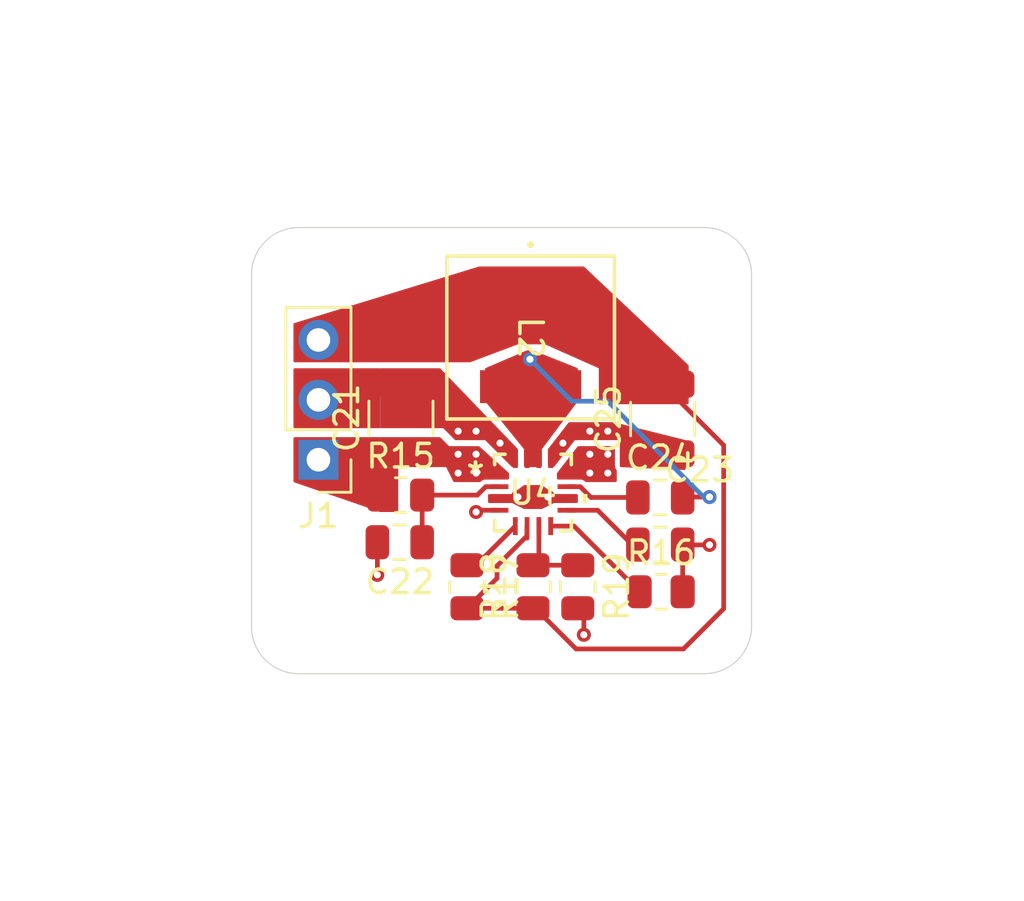
<source format=kicad_pcb>
(kicad_pcb (version 20241229) (generator "pcbnew") (generator_version "9.0")
  (layers (0 "F.Cu" signal) (4 "In1.Cu" signal) (6 "In2.Cu" signal) (2 "B.Cu" signal) (13 "F.Paste" user) (15 "B.Paste" user) (5 "F.SilkS" user "F.Silkscreen") (7 "B.SilkS" user "B.Silkscreen") (1 "F.Mask" user) (3 "B.Mask" user) (25 "Edge.Cuts" user))
  (net 0 "")
  (net 1 "GND")
  (net 2 "14.8V")
  (net 3 "Net-(U4-VINLDO)")
  (net 4 "Net-(U4-VCC)")
  (net 5 "Net-(U4-BOOT)")
  (net 6 "Net-(C24-Pad2)")
  (net 7 "12V")
  (net 8 "Net-(U4-FSW)")
  (net 9 "Net-(U4-PGOOD)")
  (net 10 "Net-(U4-FB{slash}OUT)")
  (footprint "74439344047:IND_WE-XHMI_6030_WRE" (layer "F.Cu") (at 144.3 103.2172 -90)
    (property "Reference" "L2" (at 0 0 270) (layer "F.SilkS"))
    (property "Value" "74439344047")
    (fp_line (start -3.4544 3.556) (end 3.4544 3.556) (stroke (width 0.1524)) (layer "F.SilkS"))
    (fp_line (start 3.4544 3.556) (end 3.4544 -3.556) (stroke (width 0.1524)) (layer "F.SilkS"))
    (fp_line (start -3.4544 -3.556) (end -3.4544 3.556) (stroke (width 0.1524)) (layer "F.SilkS"))
    (fp_line (start 3.4544 -3.556) (end -3.4544 -3.556) (stroke (width 0.1524)) (layer "F.SilkS"))
    (fp_circle (center -3.937 0) (end -3.8608 0) (stroke (width 0.1524)) (fill no) (layer "F.SilkS"))
    (pad "1" smd rect (at -2.0828 0 270) (size 1.397 4.2926) (layers "F.Cu" "F.Mask" "F.Paste") (net 7 "12V"))
    (pad "2" smd rect (at 2.0828 0 270) (size 1.397 4.2926) (layers "F.Cu" "F.Mask" "F.Paste") (net 6 "Net-(C24-Pad2)"))
  )
  (footprint "Resistor_SMD:R_0805_2012Metric" (layer "F.Cu") (at 141.6 113.7875 -90)
    (property "Reference" "R17" (at 0 -1.65 90) (layer "F.SilkS"))
    (property "Value" "1M")
    (fp_line (start -0.227064 0.735) (end 0.227064 0.735) (stroke (width 0.12)) (layer "F.SilkS"))
    (fp_line (start -0.227064 -0.735) (end 0.227064 -0.735) (stroke (width 0.12)) (layer "F.SilkS"))
    (pad "1" smd roundrect (at -0.9125 0 270) (size 1.025 1.4) (layers "F.Cu" "F.Mask" "F.Paste") (roundrect_rratio 0.243902) (net 9 "Net-(U4-PGOOD)"))
    (pad "2" smd roundrect (at 0.9125 0 270) (size 1.025 1.4) (layers "F.Cu" "F.Mask" "F.Paste") (roundrect_rratio 0.243902) (net 7 "12V"))
  )
  (footprint "Capacitor_SMD:C_0805_2012Metric" (layer "F.Cu") (at 138.75 111.9 180)
    (property "Reference" "C22" (at 0 -1.68 0) (layer "F.SilkS"))
    (property "Value" "1uF")
    (fp_line (start -0.261252 0.735) (end 0.261252 0.735) (stroke (width 0.12)) (layer "F.SilkS"))
    (fp_line (start -0.261252 -0.735) (end 0.261252 -0.735) (stroke (width 0.12)) (layer "F.SilkS"))
    (pad "1" smd roundrect (at -0.95 0 180) (size 1 1.45) (layers "F.Cu" "F.Mask" "F.Paste") (net 3 "Net-(U4-VINLDO)"))
    (pad "2" smd roundrect (at 0.95 0 180) (size 1 1.45) (layers "F.Cu" "F.Mask" "F.Paste") (net 1 "GND"))
  )
  (footprint "Capacitor_SMD:C_0805_2012Metric" (layer "F.Cu") (at 149.799 112 180)
    (property "Reference" "C23" (at -1.658 3.164 0) (layer "F.SilkS"))
    (property "Value" "1uF")
    (fp_line (start -0.261252 0.735) (end 0.261252 0.735) (stroke (width 0.12)) (layer "F.SilkS"))
    (fp_line (start -0.261252 -0.735) (end 0.261252 -0.735) (stroke (width 0.12)) (layer "F.SilkS"))
    (pad "1" smd roundrect (at -0.95 0 180) (size 1 1.45) (layers "F.Cu" "F.Mask" "F.Paste") (net 1 "GND"))
    (pad "2" smd roundrect (at 0.95 0 180) (size 1 1.45) (layers "F.Cu" "F.Mask" "F.Paste") (net 4 "Net-(U4-VCC)"))
  )
  (footprint "Capacitor_SMD:C_0805_2012Metric" (layer "F.Cu") (at 149.799 110)
    (property "Reference" "C24" (at 0 -1.68 0) (layer "F.SilkS"))
    (property "Value" "100nF")
    (fp_line (start -0.261252 -0.735) (end 0.261252 -0.735) (stroke (width 0.12)) (layer "F.SilkS"))
    (fp_line (start -0.261252 0.735) (end 0.261252 0.735) (stroke (width 0.12)) (layer "F.SilkS"))
    (pad "1" smd roundrect (at -0.95 0) (size 1 1.45) (layers "F.Cu" "F.Mask" "F.Paste") (net 5 "Net-(U4-BOOT)"))
    (pad "2" smd roundrect (at 0.95 0) (size 1 1.45) (layers "F.Cu" "F.Mask" "F.Paste") (net 6 "Net-(C24-Pad2)"))
  )
  (footprint "Connector_PinHeader_2.54mm:PinHeader_1x03_P2.54mm_Vertical" (layer "F.Cu") (at 135.3 108.4 180)
    (property "Reference" "J1" (at 0 -2.38 180) (layer "F.SilkS"))
    (property "Value" "Conn_01x03_Socket")
    (fp_line (start 1.38 1.27) (end 1.38 6.46) (stroke (width 0.12)) (layer "F.SilkS"))
    (fp_line (start -1.38 6.46) (end 1.38 6.46) (stroke (width 0.12)) (layer "F.SilkS"))
    (fp_line (start -1.38 1.27) (end 1.38 1.27) (stroke (width 0.12)) (layer "F.SilkS"))
    (fp_line (start -1.38 1.27) (end -1.38 6.46) (stroke (width 0.12)) (layer "F.SilkS"))
    (fp_line (start -1.38 0) (end -1.38 -1.38) (stroke (width 0.12)) (layer "F.SilkS"))
    (fp_line (start -1.38 -1.38) (end 0 -1.38) (stroke (width 0.12)) (layer "F.SilkS"))
    (pad "1" thru_hole rect (at 0 0 180) (size 1.7 1.7) (drill 1) (layers "*.Cu" "*.Mask") (net 2 "14.8V"))
    (pad "2" thru_hole circle (at 0 2.54 180) (size 1.7 1.7) (drill 1) (layers "*.Cu" "*.Mask") (net 1 "GND"))
    (pad "3" thru_hole circle (at 0 5.08 180) (size 1.7 1.7) (drill 1) (layers "*.Cu" "*.Mask") (net 7 "12V"))
  )
  (footprint "Resistor_SMD:R_0805_2012Metric" (layer "F.Cu") (at 144.4 113.7875 90)
    (property "Reference" "R18" (at 0 -1.65 90) (layer "F.SilkS"))
    (property "Value" "1M")
    (fp_line (start -0.227064 -0.735) (end 0.227064 -0.735) (stroke (width 0.12)) (layer "F.SilkS"))
    (fp_line (start -0.227064 0.735) (end 0.227064 0.735) (stroke (width 0.12)) (layer "F.SilkS"))
    (pad "1" smd roundrect (at -0.9125 0 90) (size 1.025 1.4) (layers "F.Cu" "F.Mask" "F.Paste") (roundrect_rratio 0.243902) (net 7 "12V"))
    (pad "2" smd roundrect (at 0.9125 0 90) (size 1.025 1.4) (layers "F.Cu" "F.Mask" "F.Paste") (roundrect_rratio 0.243902) (net 10 "Net-(U4-FB{slash}OUT)"))
  )
  (footprint "Resistor_SMD:R_0805_2012Metric" (layer "F.Cu") (at 146.3 113.7875 -90)
    (property "Reference" "R19" (at 0 -1.65 90) (layer "F.SilkS"))
    (property "Value" "75k")
    (fp_line (start -0.227064 0.735) (end 0.227064 0.735) (stroke (width 0.12)) (layer "F.SilkS"))
    (fp_line (start -0.227064 -0.735) (end 0.227064 -0.735) (stroke (width 0.12)) (layer "F.SilkS"))
    (pad "1" smd roundrect (at -0.9125 0 270) (size 1.025 1.4) (layers "F.Cu" "F.Mask" "F.Paste") (roundrect_rratio 0.243902) (net 10 "Net-(U4-FB{slash}OUT)"))
    (pad "2" smd roundrect (at 0.9125 0 270) (size 1.025 1.4) (layers "F.Cu" "F.Mask" "F.Paste") (roundrect_rratio 0.243902) (net 1 "GND"))
  )
  (footprint "Capacitor_SMD:C_1210_3225Metric" (layer "F.Cu") (at 138.8 106.625 90)
    (property "Reference" "C21" (at 0 -2.3 90) (layer "F.SilkS"))
    (property "Value" "10uF")
    (fp_line (start -0.711252 -1.36) (end 0.711252 -1.36) (stroke (width 0.12)) (layer "F.SilkS"))
    (fp_line (start -0.711252 1.36) (end 0.711252 1.36) (stroke (width 0.12)) (layer "F.SilkS"))
    (pad "1" smd roundrect (at -1.475 0 90) (size 1.15 2.7) (layers "F.Cu" "F.Mask" "F.Paste") (roundrect_rratio 0.217391) (net 2 "14.8V"))
    (pad "2" smd roundrect (at 1.475 0 90) (size 1.15 2.7) (layers "F.Cu" "F.Mask" "F.Paste") (roundrect_rratio 0.217391) (net 1 "GND"))
  )
  (footprint "L6983C33QTR:QFN_33QTR_STM" (layer "F.Cu") (at 144.4 109.79299)
    (property "Reference" "U4" (at 0 0 0) (layer "F.SilkS"))
    (property "Value" "L6983C33QTR")
    (fp_line (start -1.6256 -1.6256) (end -1.6256 -1.184529) (stroke (width 0.1524)) (layer "F.SilkS"))
    (fp_line (start -1.6256 1.184529) (end -1.6256 1.6256) (stroke (width 0.1524)) (layer "F.SilkS"))
    (fp_line (start -1.6256 1.6256) (end -1.184529 1.6256) (stroke (width 0.1524)) (layer "F.SilkS"))
    (fp_line (start -1.184529 -1.6256) (end -1.6256 -1.6256) (stroke (width 0.1524)) (layer "F.SilkS"))
    (fp_line (start 1.184529 1.6256) (end 1.6256 1.6256) (stroke (width 0.1524)) (layer "F.SilkS"))
    (fp_line (start 1.6256 -1.6256) (end 1.184529 -1.6256) (stroke (width 0.1524)) (layer "F.SilkS"))
    (fp_line (start 1.6256 -1.184529) (end 1.6256 -1.6256) (stroke (width 0.1524)) (layer "F.SilkS"))
    (fp_line (start 1.6256 1.6256) (end 1.6256 1.184529) (stroke (width 0.1524)) (layer "F.SilkS"))
    (fp_poly (pts (xy 2.3114 0.059563) (xy 2.3114 0.440563) (xy 2.0574 0.440563) (xy 2.0574 0.059563)) (fill yes) (layer "F.SilkS"))
    (fp_text user "*" (at -2.4384 -0.750189 0) (layer "F.SilkS"))
    (fp_text user "*" (at -2.4384 -0.750189 0) (layer "F.SilkS"))
    (pad "1" smd rect (at -1.4224 -0.750189 90) (size 0.2032 0.762) (layers "F.Cu" "F.Mask" "F.Paste") (net 2 "14.8V"))
    (pad "2" smd rect (at -1.4224 -0.250063 90) (size 0.2032 0.762) (layers "F.Cu" "F.Mask" "F.Paste") (net 3 "Net-(U4-VINLDO)"))
    (pad "3" smd rect (at -1.4224 0.250063 90) (size 0.2032 0.762) (layers "F.Cu" "F.Mask" "F.Paste") (net 1 "GND"))
    (pad "4" smd rect (at -1.4224 0.750189 90) (size 0.2032 0.762) (layers "F.Cu" "F.Mask" "F.Paste") (net 2 "14.8V"))
    (pad "5" smd rect (at -0.750189 1.4224) (size 0.2032 0.762) (layers "F.Cu" "F.Mask" "F.Paste") (net 9 "Net-(U4-PGOOD)"))
    (pad "6" smd rect (at -0.250063 1.4224) (size 0.2032 0.762) (layers "F.Cu" "F.Mask" "F.Paste") (net 7 "12V"))
    (pad "7" smd rect (at 0.250063 1.4224) (size 0.2032 0.762) (layers "F.Cu" "F.Mask" "F.Paste") (net 10 "Net-(U4-FB{slash}OUT)"))
    (pad "8" smd rect (at 0.750189 1.4224) (size 0.2032 0.762) (layers "F.Cu" "F.Mask" "F.Paste") (net 8 "Net-(U4-FSW)"))
    (pad "9" smd rect (at 1.4224 0.750189 90) (size 0.2032 0.762) (layers "F.Cu" "F.Mask" "F.Paste") (net 4 "Net-(U4-VCC)"))
    (pad "10" smd rect (at 1.4224 0.250063 90) (size 0.2032 0.762) (layers "F.Cu" "F.Mask" "F.Paste") (net 1 "GND"))
    (pad "11" smd rect (at 1.4224 -0.250063 90) (size 0.2032 0.762) (layers "F.Cu" "F.Mask" "F.Paste") (net 5 "Net-(U4-BOOT)"))
    (pad "12" smd rect (at 1.4224 -0.750189 90) (size 0.2032 0.762) (layers "F.Cu" "F.Mask" "F.Paste") (net 2 "14.8V"))
    (pad "13" smd rect (at 0.750189 -1.4224) (size 0.2032 0.762) (layers "F.Cu" "F.Mask" "F.Paste") (net 1 "GND"))
    (pad "14" smd rect (at 0.250063 -1.4224) (size 0.2032 0.762) (layers "F.Cu" "F.Mask" "F.Paste") (net 6 "Net-(C24-Pad2)"))
    (pad "15" smd rect (at -0.250063 -1.4224) (size 0.2032 0.762) (layers "F.Cu" "F.Mask" "F.Paste") (net 6 "Net-(C24-Pad2)"))
    (pad "16" smd rect (at -0.750189 -1.4224) (size 0.2032 0.762) (layers "F.Cu" "F.Mask" "F.Paste") (net 1 "GND"))
    (pad "17" smd rect (at 0 0.20701) (size 0.5334 0.9144) (layers "F.Cu" "F.Mask" "F.Paste") (net 1 "GND"))
  )
  (footprint "Resistor_SMD:R_0805_2012Metric" (layer "F.Cu") (at 138.7875 109.9)
    (property "Reference" "R15" (at 0 -1.65 0) (layer "F.SilkS"))
    (property "Value" "100")
    (fp_line (start -0.227064 -0.735) (end 0.227064 -0.735) (stroke (width 0.12)) (layer "F.SilkS"))
    (fp_line (start -0.227064 0.735) (end 0.227064 0.735) (stroke (width 0.12)) (layer "F.SilkS"))
    (pad "1" smd roundrect (at -0.9125 0) (size 1.025 1.4) (layers "F.Cu" "F.Mask" "F.Paste") (roundrect_rratio 0.243902) (net 2 "14.8V"))
    (pad "2" smd roundrect (at 0.9125 0) (size 1.025 1.4) (layers "F.Cu" "F.Mask" "F.Paste") (roundrect_rratio 0.243902) (net 3 "Net-(U4-VINLDO)"))
  )
  (footprint "Capacitor_SMD:C_1210_3225Metric" (layer "F.Cu") (at 149.9 106.675 90)
    (property "Reference" "C25" (at 0 -2.3 90) (layer "F.SilkS"))
    (property "Value" "40uF")
    (fp_line (start -0.711252 -1.36) (end 0.711252 -1.36) (stroke (width 0.12)) (layer "F.SilkS"))
    (fp_line (start -0.711252 1.36) (end 0.711252 1.36) (stroke (width 0.12)) (layer "F.SilkS"))
    (pad "1" smd roundrect (at -1.475 0 90) (size 1.15 2.7) (layers "F.Cu" "F.Mask" "F.Paste") (roundrect_rratio 0.217391) (net 1 "GND"))
    (pad "2" smd roundrect (at 1.475 0 90) (size 1.15 2.7) (layers "F.Cu" "F.Mask" "F.Paste") (roundrect_rratio 0.217391) (net 7 "12V"))
  )
  (footprint "Resistor_SMD:R_0805_2012Metric" (layer "F.Cu") (at 149.8365 114)
    (property "Reference" "R16" (at 0 -1.65 0) (layer "F.SilkS"))
    (property "Value" "10k")
    (fp_line (start -0.227064 -0.735) (end 0.227064 -0.735) (stroke (width 0.12)) (layer "F.SilkS"))
    (fp_line (start -0.227064 0.735) (end 0.227064 0.735) (stroke (width 0.12)) (layer "F.SilkS"))
    (pad "1" smd roundrect (at -0.9125 0) (size 1.025 1.4) (layers "F.Cu" "F.Mask" "F.Paste") (roundrect_rratio 0.243902) (net 8 "Net-(U4-FSW)"))
    (pad "2" smd roundrect (at 0.9125 0) (size 1.025 1.4) (layers "F.Cu" "F.Mask" "F.Paste") (roundrect_rratio 0.243902) (net 1 "GND"))
  )
  (gr_arc (start 151.67 98.552) (mid 153.084214 99.137786) (end 153.67 100.552) (stroke (width 0.05)) (layer "Edge.Cuts"))
  (gr_arc (start 153.67 115.475) (mid 153.084214 116.889214) (end 151.67 117.475) (stroke (width 0.05)) (layer "Edge.Cuts"))
  (gr_line (start 134.461 98.552) (end 151.67 98.552) (stroke (width 0.05)) (layer "Edge.Cuts"))
  (gr_line (start 153.67 100.552) (end 153.67 115.475) (stroke (width 0.05)) (layer "Edge.Cuts"))
  (gr_line (start 151.67 117.475) (end 134.461 117.475) (stroke (width 0.05)) (layer "Edge.Cuts"))
  (gr_arc (start 132.461 100.552) (mid 133.046786 99.137786) (end 134.461 98.552) (stroke (width 0.05)) (layer "Edge.Cuts"))
  (gr_line (start 132.461 115.475) (end 132.461 100.552) (stroke (width 0.05)) (layer "Edge.Cuts"))
  (gr_arc (start 134.461 117.475) (mid 133.046786 116.889214) (end 132.461 115.475) (stroke (width 0.05)) (layer "Edge.Cuts"))
  (segment (start 146.558 115.824) (end 146.558 114.758) (width 0.2) (layer "F.Cu") (net 1))
  (segment (start 150.749 112) (end 150.749 114) (width 0.2) (layer "F.Cu") (net 1))
  (segment (start 137.8 111.9) (end 137.8 113.279) (width 0.2) (layer "F.Cu") (net 1))
  (segment (start 137.8 113.279) (end 137.795 113.284) (width 0.2) (layer "F.Cu") (net 1))
  (segment (start 150.546 114.046) (end 150.5 114) (width 0.2) (layer "F.Cu") (net 1))
  (segment (start 151.638 112.014) (end 150.514 112.014) (width 0.2) (layer "F.Cu") (net 1))
  (segment (start 146.558 114.758) (end 146.5 114.7) (width 0.2) (layer "F.Cu") (net 1))
  (segment (start 150.514 112.014) (end 150.5 112) (width 0.2) (layer "F.Cu") (net 1))
  (via blind (at 147.574 107.188) (size 0.6) (drill 0.3) (layers "F.Cu" "In1.Cu") (net 1))
  (via blind (at 146.558 115.824) (size 0.6) (drill 0.3) (layers "F.Cu" "In1.Cu") (net 1))
  (via blind (at 146.812 107.188) (size 0.6) (drill 0.3) (layers "F.Cu" "In1.Cu") (net 1))
  (via blind (at 145.034 109.982) (size 0.6) (drill 0.3) (layers "F.Cu" "In1.Cu") (net 1))
  (via blind (at 145.669 107.696) (size 0.6) (drill 0.3) (layers "F.Cu" "In1.Cu") (net 1))
  (via blind (at 141.224 107.188) (size 0.6) (drill 0.3) (layers "F.Cu" "In1.Cu") (net 1))
  (via blind (at 143.764 109.982) (size 0.6) (drill 0.3) (layers "F.Cu" "In1.Cu") (net 1))
  (via blind (at 143.002 107.696) (size 0.6) (drill 0.3) (layers "F.Cu" "In1.Cu") (net 1))
  (via blind (at 137.795 113.284) (size 0.6) (drill 0.3) (layers "F.Cu" "In1.Cu") (net 1))
  (via blind (at 141.986 107.188) (size 0.6) (drill 0.3) (layers "F.Cu" "In1.Cu") (net 1))
  (via blind (at 151.887 112.014) (size 0.6) (drill 0.3) (layers "F.Cu" "In1.Cu") (net 1))
  (segment (start 142.9776 110.543179) (end 142.059821 110.543179) (width 0.2) (layer "F.Cu") (net 2))
  (segment (start 142.059821 110.543179) (end 141.986 110.617) (width 0.2) (layer "F.Cu") (net 2))
  (via blind (at 141.224 108.165997) (size 0.6) (drill 0.3) (layers "F.Cu" "In2.Cu") (net 2))
  (via blind (at 147.574 108.966) (size 0.6) (drill 0.3) (layers "F.Cu" "In2.Cu") (net 2))
  (via blind (at 146.812 108.165997) (size 0.6) (drill 0.3) (layers "F.Cu" "In2.Cu") (net 2))
  (via blind (at 146.812 108.966) (size 0.6) (drill 0.3) (layers "F.Cu" "In2.Cu") (net 2))
  (via blind (at 141.224 108.966) (size 0.6) (drill 0.3) (layers "F.Cu" "In2.Cu") (net 2))
  (via blind (at 147.574 108.165997) (size 0.6) (drill 0.3) (layers "F.Cu" "In2.Cu") (net 2))
  (via blind (at 141.986 108.165997) (size 0.6) (drill 0.3) (layers "F.Cu" "In2.Cu") (net 2))
  (via blind (at 141.986 110.617) (size 0.6) (drill 0.3) (layers "F.Cu" "In2.Cu") (net 2))
  (via blind (at 141.986 108.966) (size 0.6) (drill 0.3) (layers "F.Cu" "In2.Cu") (net 2))
  (segment (start 139.7 111.9) (end 139.7 109.9) (width 0.2) (layer "F.Cu") (net 3))
  (segment (start 139.7 109.9) (end 142.039527 109.9) (width 0.2) (layer "F.Cu") (net 3))
  (segment (start 142.3966 109.542927) (end 142.9776 109.542927) (width 0.2) (layer "F.Cu") (net 3))
  (segment (start 142.039527 109.9) (end 142.3966 109.542927) (width 0.2) (layer "F.Cu") (net 3))
  (segment (start 148.6 112) (end 147.143179 110.543179) (width 0.2) (layer "F.Cu") (net 4))
  (segment (start 147.143179 110.543179) (end 145.8224 110.543179) (width 0.2) (layer "F.Cu") (net 4))
  (segment (start 146.4034 109.542927) (end 145.8224 109.542927) (width 0.2) (layer "F.Cu") (net 5))
  (segment (start 148.6 110) (end 146.860473 110) (width 0.2) (layer "F.Cu") (net 5))
  (segment (start 146.860473 110) (end 146.4034 109.542927) (width 0.2) (layer "F.Cu") (net 5))
  (segment (start 151.638 109.982) (end 150.518 109.982) (width 0.2) (layer "F.Cu") (net 6))
  (segment (start 150.518 109.982) (end 150.5 110) (width 0.2) (layer "F.Cu") (net 6))
  (via blind (at 151.887 109.982) (size 0.6) (drill 0.3) (layers "F.Cu" "B.Cu") (net 6))
  (via blind (at 144.272 104.14) (size 0.6) (drill 0.3) (layers "F.Cu" "B.Cu") (net 6))
  (segment (start 147.574 105.918) (end 151.638 109.982) (width 0.2) (layer "B.Cu") (net 6))
  (segment (start 144.272 104.14) (end 146.05 105.918) (width 0.2) (layer "B.Cu") (net 6))
  (segment (start 146.05 105.918) (end 147.574 105.918) (width 0.2) (layer "B.Cu") (net 6))
  (segment (start 150.783 116.425) (end 146.225 116.425) (width 0.2) (layer "F.Cu") (net 7))
  (segment (start 144.149937 111.726403) (end 144.149937 111.21539) (width 0.2) (layer "F.Cu") (net 7))
  (segment (start 144.5 114.7) (end 144.5 114.615943) (width 0.2) (layer "F.Cu") (net 7))
  (segment (start 144.5 114.7) (end 142 114.7) (width 0.2) (layer "F.Cu") (net 7))
  (segment (start 142.875 113.425) (end 142.875 112.90134) (width 0.2) (layer "F.Cu") (net 7))
  (segment (start 141.6 114.7) (end 142.875 113.425) (width 0.2) (layer "F.Cu") (net 7))
  (segment (start 152.488 114.72) (end 150.783 116.425) (width 0.2) (layer "F.Cu") (net 7))
  (segment (start 149.9 105.2) (end 152.488 107.788) (width 0.2) (layer "F.Cu") (net 7))
  (segment (start 146.225 116.425) (end 144.5 114.7) (width 0.2) (layer "F.Cu") (net 7))
  (segment (start 152.488 107.788) (end 152.488 114.72) (width 0.2) (layer "F.Cu") (net 7))
  (segment (start 144.149937 111.626403) (end 144.149937 111.21539) (width 0.2) (layer "F.Cu") (net 7))
  (segment (start 142.875 112.90134) (end 144.149937 111.626403) (width 0.2) (layer "F.Cu") (net 7))
  (segment (start 146.13939 111.21539) (end 145.150189 111.21539) (width 0.2) (layer "F.Cu") (net 8))
  (segment (start 148.924 114) (end 146.13939 111.21539) (width 0.2) (layer "F.Cu") (net 8))
  (segment (start 142 112.875) (end 142 112.865201) (width 0.2) (layer "F.Cu") (net 9))
  (segment (start 142 112.865201) (end 143.649811 111.21539) (width 0.2) (layer "F.Cu") (net 9))
  (segment (start 144.5 112.875) (end 144.650063 112.724937) (width 0.2) (layer "F.Cu") (net 10))
  (segment (start 144.650063 112.724937) (end 144.650063 111.21539) (width 0.2) (layer "F.Cu") (net 10))
  (segment (start 146.5 112.875) (end 144.5 112.875) (width 0.2) (layer "F.Cu") (net 10))
  (zone (net 2) (net_name "14.8V") (layer "F.Cu") (connect_pads yes (clearance 0.2)) (min_thickness 0.1) (fill yes (thermal_gap 0.5) (thermal_bridge_width 0.5))
    (polygon (pts (xy 143.383 108.966) (xy 142.113 107.823) (xy 140.843 107.823) (xy 140.462 107.442) (xy 137.922 107.442) (xy 137.922 108.712) (xy 140.716 108.712) (xy 141.0335 109.347) (xy 143.383 109.347)))
  )
  (zone (net 2) (net_name "14.8V") (layer "F.Cu") (priority 4) (connect_pads yes (clearance 0.2)) (min_thickness 0.1) (fill yes (thermal_gap 0.5) (thermal_bridge_width 0.5))
    (polygon (pts (xy 145.415 109.347) (xy 147.955 109.347) (xy 147.955 107.823) (xy 146.304 107.823) (xy 145.415 108.966)))
  )
  (zone (net 1) (net_name "GND") (layer "F.Cu") (priority 7) (connect_pads yes (clearance 0.2)) (min_thickness 0.1) (fill yes (thermal_gap 0.5) (thermal_bridge_width 0.5))
    (polygon (pts (xy 137.922 104.521) (xy 134.239 104.521) (xy 134.239 107.061) (xy 137.922 107.061)))
  )
  (zone (net 1) (net_name "GND") (layer "F.Cu") (priority 1) (connect_pads yes (clearance 0.2)) (min_thickness 0.1) (fill yes (thermal_gap 0.5) (thermal_bridge_width 0.5))
    (polygon (pts (xy 143.764 108.712) (xy 143.764 107.95) (xy 140.462 104.521) (xy 137.922 104.521) (xy 137.922 107.061) (xy 140.589 107.061) (xy 141.097 107.569) (xy 142.367 107.569) (xy 143.51 108.712)))
  )
  (zone (net 2) (net_name "14.8V") (layer "F.Cu") (priority 6) (connect_pads yes (clearance 0.2)) (min_thickness 0.1) (fill yes (thermal_gap 0.5) (thermal_bridge_width 0.5))
    (polygon (pts (xy 137.922 107.442) (xy 134.239 107.442) (xy 134.239 109.347) (xy 137.922 110.617) (xy 138.684 110.617) (xy 138.684 108.712) (xy 137.922 108.712)))
  )
  (zone (net 1) (net_name "GND") (layer "F.Cu") (priority 5) (connect_pads yes (clearance 0.2)) (min_thickness 0.1) (fill yes (thermal_gap 0.5) (thermal_bridge_width 0.5))
    (polygon (pts (xy 145.034 108.712) (xy 145.034 107.95) (xy 145.923 106.807) (xy 147.828 106.807) (xy 150.876 107.569) (xy 150.876 108.839) (xy 148.082 108.712) (xy 148.082 107.569) (xy 146.177 107.569) (xy 145.288 108.712)))
  )
  (zone (net 6) (net_name "Net-(C24-Pad2)") (layer "F.Cu") (priority 2) (connect_pads yes (clearance 0.2)) (min_thickness 0.1) (fill yes (thermal_gap 0.5) (thermal_bridge_width 0.5))
    (polygon (pts (xy 144.018 108.712) (xy 144.78 108.712) (xy 144.78 107.95) (xy 146.304 105.918) (xy 146.304 104.521) (xy 144.399 103.759) (xy 144.145 103.759) (xy 142.367 104.521) (xy 142.367 105.918) (xy 144.018 107.95)))
  )
  (zone (net 7) (net_name "12V") (layer "F.Cu") (priority 8) (connect_pads yes (clearance 0.2)) (min_thickness 0.1) (fill yes (thermal_gap 0.5) (thermal_bridge_width 0.5))
    (polygon (pts (xy 134.239 104.267) (xy 141.732 104.267) (xy 143.764 103.505) (xy 144.907 103.505) (xy 147.193 104.521) (xy 147.193 106.045) (xy 151.003 106.045) (xy 151.003 104.394) (xy 146.558 100.203) (xy 142.113 100.203) (xy 134.239 102.616)))
  )
  (zone (net 1) (net_name "GND") (layer "F.Cu") (priority 3) (connect_pads yes (clearance 0.2)) (min_thickness 0.1) (fill yes (thermal_gap 0.5) (thermal_bridge_width 0.5))
    (polygon (pts (xy 142.494 109.855) (xy 142.494 110.236) (xy 143.51 110.236) (xy 144.018 110.49) (xy 144.78 110.49) (xy 145.288 110.236) (xy 146.304 110.236) (xy 146.304 109.855) (xy 145.288 109.855) (xy 144.78 109.474) (xy 144.018 109.474) (xy 143.51 109.855)))
  )
)
</source>
